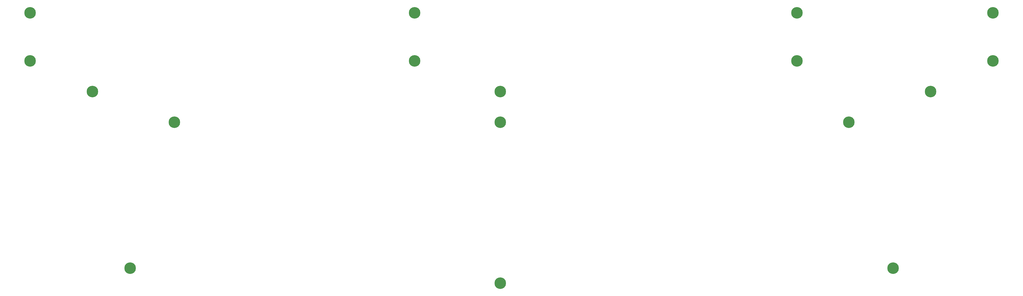
<source format=gbr>
G04 #@! TF.GenerationSoftware,KiCad,Pcbnew,(6.0.5)*
G04 #@! TF.CreationDate,2022-06-21T11:04:59-04:00*
G04 #@! TF.ProjectId,discipline-pcb,64697363-6970-46c6-996e-652d7063622e,rev?*
G04 #@! TF.SameCoordinates,Original*
G04 #@! TF.FileFunction,Soldermask,Bot*
G04 #@! TF.FilePolarity,Negative*
%FSLAX46Y46*%
G04 Gerber Fmt 4.6, Leading zero omitted, Abs format (unit mm)*
G04 Created by KiCad (PCBNEW (6.0.5)) date 2022-06-21 11:04:59*
%MOMM*%
%LPD*%
G01*
G04 APERTURE LIST*
%ADD10C,4.502000*%
G04 APERTURE END LIST*
D10*
X23630312Y-80444750D03*
X23630312Y-61694750D03*
X397578048Y-61694750D03*
X397578048Y-80444750D03*
X62429818Y-161146960D03*
X358778542Y-161146960D03*
X79618653Y-104302994D03*
X341589707Y-104302994D03*
X206213345Y-104302994D03*
X321438048Y-80444750D03*
X321438048Y-61694750D03*
X206213345Y-166958110D03*
X373371108Y-92373872D03*
X47837252Y-92373872D03*
X206213345Y-92373872D03*
X172991085Y-61694750D03*
X172991085Y-80444750D03*
M02*

</source>
